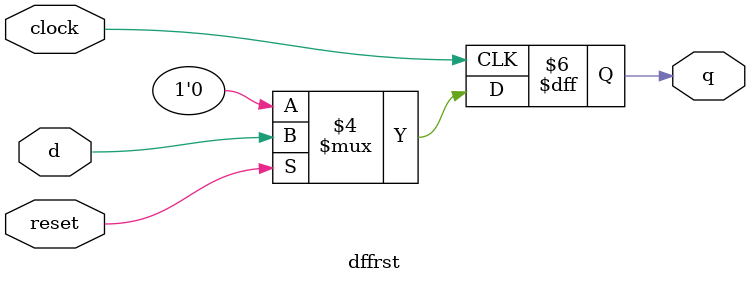
<source format=v>
module dffrst(
  input reset,clock,d,
  output reg q);
  always@(posedge clock)
    begin
      if(!reset)
        q<=0;
      else
        q<=d;
    end
endmodule

</source>
